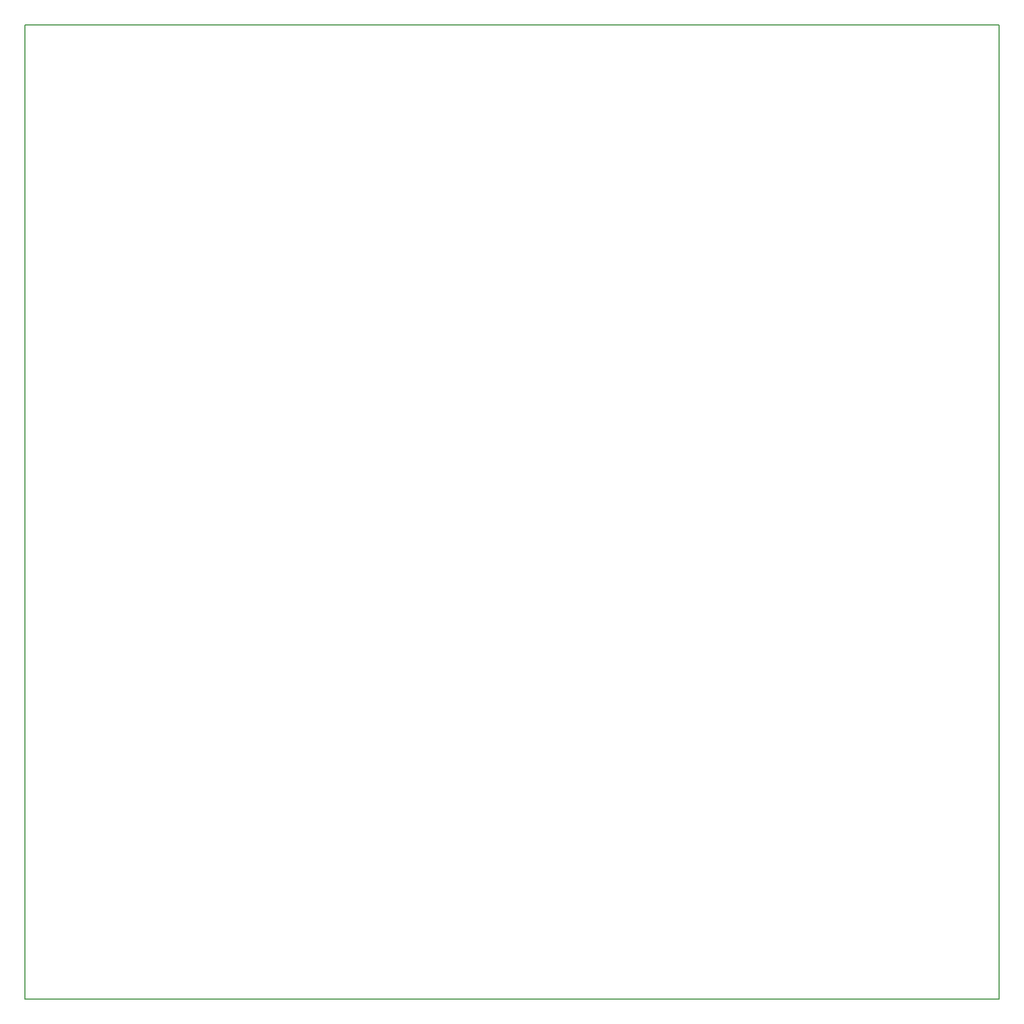
<source format=gbo>
G04 MADE WITH FRITZING*
G04 WWW.FRITZING.ORG*
G04 DOUBLE SIDED*
G04 HOLES PLATED*
G04 CONTOUR ON CENTER OF CONTOUR VECTOR*
%ASAXBY*%
%FSLAX23Y23*%
%MOIN*%
%OFA0B0*%
%SFA1.0B1.0*%
%ADD10R,6.000010X6.000010X5.984010X5.984010*%
%ADD11C,0.008000*%
%LNSILK0*%
G90*
G70*
G54D11*
X4Y5996D02*
X5996Y5996D01*
X5996Y4D01*
X4Y4D01*
X4Y5996D01*
D02*
G04 End of Silk0*
M02*
</source>
